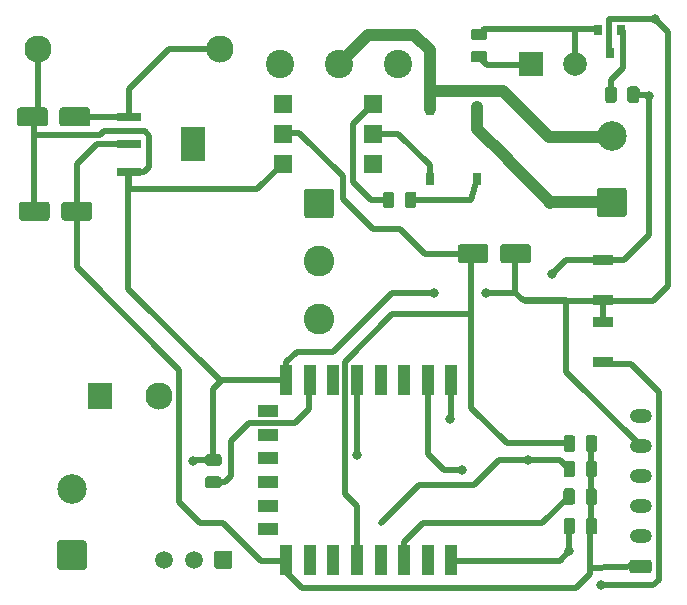
<source format=gbr>
G04 #@! TF.GenerationSoftware,KiCad,Pcbnew,(5.1.5)-3*
G04 #@! TF.CreationDate,2020-09-11T10:44:40-03:00*
G04 #@! TF.ProjectId,HomeTron(kicad),486f6d65-5472-46f6-9e28-6b6963616429,rev?*
G04 #@! TF.SameCoordinates,Original*
G04 #@! TF.FileFunction,Copper,L2,Bot*
G04 #@! TF.FilePolarity,Positive*
%FSLAX46Y46*%
G04 Gerber Fmt 4.6, Leading zero omitted, Abs format (unit mm)*
G04 Created by KiCad (PCBNEW (5.1.5)-3) date 2020-09-11 10:44:40*
%MOMM*%
%LPD*%
G04 APERTURE LIST*
%ADD10R,1.700000X0.900000*%
%ADD11R,1.600000X1.600000*%
%ADD12C,0.100000*%
%ADD13C,1.500000*%
%ADD14O,1.870000X1.170000*%
%ADD15R,2.000000X3.000000*%
%ADD16R,2.000000X0.750000*%
%ADD17R,1.000000X2.500000*%
%ADD18R,1.800000X1.000000*%
%ADD19R,0.800000X0.900000*%
%ADD20C,2.300000*%
%ADD21R,2.000000X2.300000*%
%ADD22C,2.000000*%
%ADD23R,2.000000X2.000000*%
%ADD24C,2.400000*%
%ADD25C,2.500000*%
%ADD26C,2.600000*%
%ADD27R,0.700000X1.000000*%
%ADD28C,0.800000*%
%ADD29C,0.500000*%
%ADD30C,1.000000*%
G04 APERTURE END LIST*
D10*
X64109600Y-37463200D03*
X64109600Y-34063200D03*
X64109600Y-39300680D03*
X64109600Y-42700680D03*
D11*
X37020500Y-20853400D03*
X44640500Y-25933400D03*
X37020500Y-23393400D03*
X44640500Y-23393400D03*
X37020500Y-25933400D03*
X44640500Y-20853400D03*
G04 #@! TA.AperFunction,ComponentPad*
D12*
G36*
X32578591Y-58713951D02*
G01*
X32593734Y-58716197D01*
X32608584Y-58719917D01*
X32622999Y-58725075D01*
X32636838Y-58731620D01*
X32649969Y-58739491D01*
X32662265Y-58748610D01*
X32673609Y-58758891D01*
X32683890Y-58770235D01*
X32693009Y-58782531D01*
X32700880Y-58795662D01*
X32707425Y-58809501D01*
X32712583Y-58823916D01*
X32716303Y-58838766D01*
X32718549Y-58853909D01*
X32719300Y-58869200D01*
X32719300Y-60057200D01*
X32718549Y-60072491D01*
X32716303Y-60087634D01*
X32712583Y-60102484D01*
X32707425Y-60116899D01*
X32700880Y-60130738D01*
X32693009Y-60143869D01*
X32683890Y-60156165D01*
X32673609Y-60167509D01*
X32662265Y-60177790D01*
X32649969Y-60186909D01*
X32636838Y-60194780D01*
X32622999Y-60201325D01*
X32608584Y-60206483D01*
X32593734Y-60210203D01*
X32578591Y-60212449D01*
X32563300Y-60213200D01*
X31375300Y-60213200D01*
X31360009Y-60212449D01*
X31344866Y-60210203D01*
X31330016Y-60206483D01*
X31315601Y-60201325D01*
X31301762Y-60194780D01*
X31288631Y-60186909D01*
X31276335Y-60177790D01*
X31264991Y-60167509D01*
X31254710Y-60156165D01*
X31245591Y-60143869D01*
X31237720Y-60130738D01*
X31231175Y-60116899D01*
X31226017Y-60102484D01*
X31222297Y-60087634D01*
X31220051Y-60072491D01*
X31219300Y-60057200D01*
X31219300Y-58869200D01*
X31220051Y-58853909D01*
X31222297Y-58838766D01*
X31226017Y-58823916D01*
X31231175Y-58809501D01*
X31237720Y-58795662D01*
X31245591Y-58782531D01*
X31254710Y-58770235D01*
X31264991Y-58758891D01*
X31276335Y-58748610D01*
X31288631Y-58739491D01*
X31301762Y-58731620D01*
X31315601Y-58725075D01*
X31330016Y-58719917D01*
X31344866Y-58716197D01*
X31360009Y-58713951D01*
X31375300Y-58713200D01*
X32563300Y-58713200D01*
X32578591Y-58713951D01*
G37*
G04 #@! TD.AperFunction*
D13*
X29479300Y-59463200D03*
X26989300Y-59463200D03*
G04 #@! TA.AperFunction,ComponentPad*
D12*
G36*
X68006462Y-59449106D02*
G01*
X68030767Y-59452711D01*
X68054601Y-59458681D01*
X68077736Y-59466959D01*
X68099948Y-59477465D01*
X68121024Y-59490097D01*
X68140759Y-59504734D01*
X68158965Y-59521235D01*
X68175466Y-59539441D01*
X68190103Y-59559176D01*
X68202735Y-59580252D01*
X68213241Y-59602464D01*
X68221519Y-59625599D01*
X68227489Y-59649433D01*
X68231094Y-59673738D01*
X68232300Y-59698280D01*
X68232300Y-60367520D01*
X68231094Y-60392062D01*
X68227489Y-60416367D01*
X68221519Y-60440201D01*
X68213241Y-60463336D01*
X68202735Y-60485548D01*
X68190103Y-60506624D01*
X68175466Y-60526359D01*
X68158965Y-60544565D01*
X68140759Y-60561066D01*
X68121024Y-60575703D01*
X68099948Y-60588335D01*
X68077736Y-60598841D01*
X68054601Y-60607119D01*
X68030767Y-60613089D01*
X68006462Y-60616694D01*
X67981920Y-60617900D01*
X66612680Y-60617900D01*
X66588138Y-60616694D01*
X66563833Y-60613089D01*
X66539999Y-60607119D01*
X66516864Y-60598841D01*
X66494652Y-60588335D01*
X66473576Y-60575703D01*
X66453841Y-60561066D01*
X66435635Y-60544565D01*
X66419134Y-60526359D01*
X66404497Y-60506624D01*
X66391865Y-60485548D01*
X66381359Y-60463336D01*
X66373081Y-60440201D01*
X66367111Y-60416367D01*
X66363506Y-60392062D01*
X66362300Y-60367520D01*
X66362300Y-59698280D01*
X66363506Y-59673738D01*
X66367111Y-59649433D01*
X66373081Y-59625599D01*
X66381359Y-59602464D01*
X66391865Y-59580252D01*
X66404497Y-59559176D01*
X66419134Y-59539441D01*
X66435635Y-59521235D01*
X66453841Y-59504734D01*
X66473576Y-59490097D01*
X66494652Y-59477465D01*
X66516864Y-59466959D01*
X66539999Y-59458681D01*
X66563833Y-59452711D01*
X66588138Y-59449106D01*
X66612680Y-59447900D01*
X67981920Y-59447900D01*
X68006462Y-59449106D01*
G37*
G04 #@! TD.AperFunction*
D14*
X67297300Y-57492900D03*
X67297300Y-54952900D03*
X67297300Y-52412900D03*
X67297300Y-49872900D03*
X67297300Y-47332900D03*
D15*
X29448000Y-24296300D03*
D16*
X23998000Y-21996300D03*
X23998000Y-24296300D03*
X23998000Y-26596300D03*
D17*
X51290100Y-44279500D03*
X49290100Y-44279500D03*
X47290100Y-44279500D03*
X45290100Y-44279500D03*
X43290100Y-44279500D03*
X41290100Y-44279500D03*
X39290100Y-44279500D03*
X37290100Y-44279500D03*
D18*
X35790100Y-46879500D03*
X35790100Y-48879500D03*
X35790100Y-50879500D03*
X35790100Y-52879500D03*
X35790100Y-54879500D03*
X35790100Y-56879500D03*
D17*
X37290100Y-59479500D03*
X39290100Y-59479500D03*
X41290100Y-59479500D03*
X43290100Y-59479500D03*
X45290100Y-59479500D03*
X47290100Y-59479500D03*
X49290100Y-59479500D03*
X51290100Y-59479500D03*
G04 #@! TA.AperFunction,SMDPad,CuDef*
D12*
G36*
X61534742Y-48920074D02*
G01*
X61558403Y-48923584D01*
X61581607Y-48929396D01*
X61604129Y-48937454D01*
X61625753Y-48947682D01*
X61646270Y-48959979D01*
X61665483Y-48974229D01*
X61683207Y-48990293D01*
X61699271Y-49008017D01*
X61713521Y-49027230D01*
X61725818Y-49047747D01*
X61736046Y-49069371D01*
X61744104Y-49091893D01*
X61749916Y-49115097D01*
X61753426Y-49138758D01*
X61754600Y-49162650D01*
X61754600Y-50075150D01*
X61753426Y-50099042D01*
X61749916Y-50122703D01*
X61744104Y-50145907D01*
X61736046Y-50168429D01*
X61725818Y-50190053D01*
X61713521Y-50210570D01*
X61699271Y-50229783D01*
X61683207Y-50247507D01*
X61665483Y-50263571D01*
X61646270Y-50277821D01*
X61625753Y-50290118D01*
X61604129Y-50300346D01*
X61581607Y-50308404D01*
X61558403Y-50314216D01*
X61534742Y-50317726D01*
X61510850Y-50318900D01*
X61023350Y-50318900D01*
X60999458Y-50317726D01*
X60975797Y-50314216D01*
X60952593Y-50308404D01*
X60930071Y-50300346D01*
X60908447Y-50290118D01*
X60887930Y-50277821D01*
X60868717Y-50263571D01*
X60850993Y-50247507D01*
X60834929Y-50229783D01*
X60820679Y-50210570D01*
X60808382Y-50190053D01*
X60798154Y-50168429D01*
X60790096Y-50145907D01*
X60784284Y-50122703D01*
X60780774Y-50099042D01*
X60779600Y-50075150D01*
X60779600Y-49162650D01*
X60780774Y-49138758D01*
X60784284Y-49115097D01*
X60790096Y-49091893D01*
X60798154Y-49069371D01*
X60808382Y-49047747D01*
X60820679Y-49027230D01*
X60834929Y-49008017D01*
X60850993Y-48990293D01*
X60868717Y-48974229D01*
X60887930Y-48959979D01*
X60908447Y-48947682D01*
X60930071Y-48937454D01*
X60952593Y-48929396D01*
X60975797Y-48923584D01*
X60999458Y-48920074D01*
X61023350Y-48918900D01*
X61510850Y-48918900D01*
X61534742Y-48920074D01*
G37*
G04 #@! TD.AperFunction*
G04 #@! TA.AperFunction,SMDPad,CuDef*
G36*
X63409742Y-48920074D02*
G01*
X63433403Y-48923584D01*
X63456607Y-48929396D01*
X63479129Y-48937454D01*
X63500753Y-48947682D01*
X63521270Y-48959979D01*
X63540483Y-48974229D01*
X63558207Y-48990293D01*
X63574271Y-49008017D01*
X63588521Y-49027230D01*
X63600818Y-49047747D01*
X63611046Y-49069371D01*
X63619104Y-49091893D01*
X63624916Y-49115097D01*
X63628426Y-49138758D01*
X63629600Y-49162650D01*
X63629600Y-50075150D01*
X63628426Y-50099042D01*
X63624916Y-50122703D01*
X63619104Y-50145907D01*
X63611046Y-50168429D01*
X63600818Y-50190053D01*
X63588521Y-50210570D01*
X63574271Y-50229783D01*
X63558207Y-50247507D01*
X63540483Y-50263571D01*
X63521270Y-50277821D01*
X63500753Y-50290118D01*
X63479129Y-50300346D01*
X63456607Y-50308404D01*
X63433403Y-50314216D01*
X63409742Y-50317726D01*
X63385850Y-50318900D01*
X62898350Y-50318900D01*
X62874458Y-50317726D01*
X62850797Y-50314216D01*
X62827593Y-50308404D01*
X62805071Y-50300346D01*
X62783447Y-50290118D01*
X62762930Y-50277821D01*
X62743717Y-50263571D01*
X62725993Y-50247507D01*
X62709929Y-50229783D01*
X62695679Y-50210570D01*
X62683382Y-50190053D01*
X62673154Y-50168429D01*
X62665096Y-50145907D01*
X62659284Y-50122703D01*
X62655774Y-50099042D01*
X62654600Y-50075150D01*
X62654600Y-49162650D01*
X62655774Y-49138758D01*
X62659284Y-49115097D01*
X62665096Y-49091893D01*
X62673154Y-49069371D01*
X62683382Y-49047747D01*
X62695679Y-49027230D01*
X62709929Y-49008017D01*
X62725993Y-48990293D01*
X62743717Y-48974229D01*
X62762930Y-48959979D01*
X62783447Y-48947682D01*
X62805071Y-48937454D01*
X62827593Y-48929396D01*
X62850797Y-48923584D01*
X62874458Y-48920074D01*
X62898350Y-48918900D01*
X63385850Y-48918900D01*
X63409742Y-48920074D01*
G37*
G04 #@! TD.AperFunction*
G04 #@! TA.AperFunction,SMDPad,CuDef*
G36*
X46231242Y-28295274D02*
G01*
X46254903Y-28298784D01*
X46278107Y-28304596D01*
X46300629Y-28312654D01*
X46322253Y-28322882D01*
X46342770Y-28335179D01*
X46361983Y-28349429D01*
X46379707Y-28365493D01*
X46395771Y-28383217D01*
X46410021Y-28402430D01*
X46422318Y-28422947D01*
X46432546Y-28444571D01*
X46440604Y-28467093D01*
X46446416Y-28490297D01*
X46449926Y-28513958D01*
X46451100Y-28537850D01*
X46451100Y-29450350D01*
X46449926Y-29474242D01*
X46446416Y-29497903D01*
X46440604Y-29521107D01*
X46432546Y-29543629D01*
X46422318Y-29565253D01*
X46410021Y-29585770D01*
X46395771Y-29604983D01*
X46379707Y-29622707D01*
X46361983Y-29638771D01*
X46342770Y-29653021D01*
X46322253Y-29665318D01*
X46300629Y-29675546D01*
X46278107Y-29683604D01*
X46254903Y-29689416D01*
X46231242Y-29692926D01*
X46207350Y-29694100D01*
X45719850Y-29694100D01*
X45695958Y-29692926D01*
X45672297Y-29689416D01*
X45649093Y-29683604D01*
X45626571Y-29675546D01*
X45604947Y-29665318D01*
X45584430Y-29653021D01*
X45565217Y-29638771D01*
X45547493Y-29622707D01*
X45531429Y-29604983D01*
X45517179Y-29585770D01*
X45504882Y-29565253D01*
X45494654Y-29543629D01*
X45486596Y-29521107D01*
X45480784Y-29497903D01*
X45477274Y-29474242D01*
X45476100Y-29450350D01*
X45476100Y-28537850D01*
X45477274Y-28513958D01*
X45480784Y-28490297D01*
X45486596Y-28467093D01*
X45494654Y-28444571D01*
X45504882Y-28422947D01*
X45517179Y-28402430D01*
X45531429Y-28383217D01*
X45547493Y-28365493D01*
X45565217Y-28349429D01*
X45584430Y-28335179D01*
X45604947Y-28322882D01*
X45626571Y-28312654D01*
X45649093Y-28304596D01*
X45672297Y-28298784D01*
X45695958Y-28295274D01*
X45719850Y-28294100D01*
X46207350Y-28294100D01*
X46231242Y-28295274D01*
G37*
G04 #@! TD.AperFunction*
G04 #@! TA.AperFunction,SMDPad,CuDef*
G36*
X48106242Y-28295274D02*
G01*
X48129903Y-28298784D01*
X48153107Y-28304596D01*
X48175629Y-28312654D01*
X48197253Y-28322882D01*
X48217770Y-28335179D01*
X48236983Y-28349429D01*
X48254707Y-28365493D01*
X48270771Y-28383217D01*
X48285021Y-28402430D01*
X48297318Y-28422947D01*
X48307546Y-28444571D01*
X48315604Y-28467093D01*
X48321416Y-28490297D01*
X48324926Y-28513958D01*
X48326100Y-28537850D01*
X48326100Y-29450350D01*
X48324926Y-29474242D01*
X48321416Y-29497903D01*
X48315604Y-29521107D01*
X48307546Y-29543629D01*
X48297318Y-29565253D01*
X48285021Y-29585770D01*
X48270771Y-29604983D01*
X48254707Y-29622707D01*
X48236983Y-29638771D01*
X48217770Y-29653021D01*
X48197253Y-29665318D01*
X48175629Y-29675546D01*
X48153107Y-29683604D01*
X48129903Y-29689416D01*
X48106242Y-29692926D01*
X48082350Y-29694100D01*
X47594850Y-29694100D01*
X47570958Y-29692926D01*
X47547297Y-29689416D01*
X47524093Y-29683604D01*
X47501571Y-29675546D01*
X47479947Y-29665318D01*
X47459430Y-29653021D01*
X47440217Y-29638771D01*
X47422493Y-29622707D01*
X47406429Y-29604983D01*
X47392179Y-29585770D01*
X47379882Y-29565253D01*
X47369654Y-29543629D01*
X47361596Y-29521107D01*
X47355784Y-29497903D01*
X47352274Y-29474242D01*
X47351100Y-29450350D01*
X47351100Y-28537850D01*
X47352274Y-28513958D01*
X47355784Y-28490297D01*
X47361596Y-28467093D01*
X47369654Y-28444571D01*
X47379882Y-28422947D01*
X47392179Y-28402430D01*
X47406429Y-28383217D01*
X47422493Y-28365493D01*
X47440217Y-28349429D01*
X47459430Y-28335179D01*
X47479947Y-28322882D01*
X47501571Y-28312654D01*
X47524093Y-28304596D01*
X47547297Y-28298784D01*
X47570958Y-28295274D01*
X47594850Y-28294100D01*
X48082350Y-28294100D01*
X48106242Y-28295274D01*
G37*
G04 #@! TD.AperFunction*
G04 #@! TA.AperFunction,SMDPad,CuDef*
G36*
X65060262Y-19387494D02*
G01*
X65083923Y-19391004D01*
X65107127Y-19396816D01*
X65129649Y-19404874D01*
X65151273Y-19415102D01*
X65171790Y-19427399D01*
X65191003Y-19441649D01*
X65208727Y-19457713D01*
X65224791Y-19475437D01*
X65239041Y-19494650D01*
X65251338Y-19515167D01*
X65261566Y-19536791D01*
X65269624Y-19559313D01*
X65275436Y-19582517D01*
X65278946Y-19606178D01*
X65280120Y-19630070D01*
X65280120Y-20542570D01*
X65278946Y-20566462D01*
X65275436Y-20590123D01*
X65269624Y-20613327D01*
X65261566Y-20635849D01*
X65251338Y-20657473D01*
X65239041Y-20677990D01*
X65224791Y-20697203D01*
X65208727Y-20714927D01*
X65191003Y-20730991D01*
X65171790Y-20745241D01*
X65151273Y-20757538D01*
X65129649Y-20767766D01*
X65107127Y-20775824D01*
X65083923Y-20781636D01*
X65060262Y-20785146D01*
X65036370Y-20786320D01*
X64548870Y-20786320D01*
X64524978Y-20785146D01*
X64501317Y-20781636D01*
X64478113Y-20775824D01*
X64455591Y-20767766D01*
X64433967Y-20757538D01*
X64413450Y-20745241D01*
X64394237Y-20730991D01*
X64376513Y-20714927D01*
X64360449Y-20697203D01*
X64346199Y-20677990D01*
X64333902Y-20657473D01*
X64323674Y-20635849D01*
X64315616Y-20613327D01*
X64309804Y-20590123D01*
X64306294Y-20566462D01*
X64305120Y-20542570D01*
X64305120Y-19630070D01*
X64306294Y-19606178D01*
X64309804Y-19582517D01*
X64315616Y-19559313D01*
X64323674Y-19536791D01*
X64333902Y-19515167D01*
X64346199Y-19494650D01*
X64360449Y-19475437D01*
X64376513Y-19457713D01*
X64394237Y-19441649D01*
X64413450Y-19427399D01*
X64433967Y-19415102D01*
X64455591Y-19404874D01*
X64478113Y-19396816D01*
X64501317Y-19391004D01*
X64524978Y-19387494D01*
X64548870Y-19386320D01*
X65036370Y-19386320D01*
X65060262Y-19387494D01*
G37*
G04 #@! TD.AperFunction*
G04 #@! TA.AperFunction,SMDPad,CuDef*
G36*
X66935262Y-19387494D02*
G01*
X66958923Y-19391004D01*
X66982127Y-19396816D01*
X67004649Y-19404874D01*
X67026273Y-19415102D01*
X67046790Y-19427399D01*
X67066003Y-19441649D01*
X67083727Y-19457713D01*
X67099791Y-19475437D01*
X67114041Y-19494650D01*
X67126338Y-19515167D01*
X67136566Y-19536791D01*
X67144624Y-19559313D01*
X67150436Y-19582517D01*
X67153946Y-19606178D01*
X67155120Y-19630070D01*
X67155120Y-20542570D01*
X67153946Y-20566462D01*
X67150436Y-20590123D01*
X67144624Y-20613327D01*
X67136566Y-20635849D01*
X67126338Y-20657473D01*
X67114041Y-20677990D01*
X67099791Y-20697203D01*
X67083727Y-20714927D01*
X67066003Y-20730991D01*
X67046790Y-20745241D01*
X67026273Y-20757538D01*
X67004649Y-20767766D01*
X66982127Y-20775824D01*
X66958923Y-20781636D01*
X66935262Y-20785146D01*
X66911370Y-20786320D01*
X66423870Y-20786320D01*
X66399978Y-20785146D01*
X66376317Y-20781636D01*
X66353113Y-20775824D01*
X66330591Y-20767766D01*
X66308967Y-20757538D01*
X66288450Y-20745241D01*
X66269237Y-20730991D01*
X66251513Y-20714927D01*
X66235449Y-20697203D01*
X66221199Y-20677990D01*
X66208902Y-20657473D01*
X66198674Y-20635849D01*
X66190616Y-20613327D01*
X66184804Y-20590123D01*
X66181294Y-20566462D01*
X66180120Y-20542570D01*
X66180120Y-19630070D01*
X66181294Y-19606178D01*
X66184804Y-19582517D01*
X66190616Y-19559313D01*
X66198674Y-19536791D01*
X66208902Y-19515167D01*
X66221199Y-19494650D01*
X66235449Y-19475437D01*
X66251513Y-19457713D01*
X66269237Y-19441649D01*
X66288450Y-19427399D01*
X66308967Y-19415102D01*
X66330591Y-19404874D01*
X66353113Y-19396816D01*
X66376317Y-19391004D01*
X66399978Y-19387494D01*
X66423870Y-19386320D01*
X66911370Y-19386320D01*
X66935262Y-19387494D01*
G37*
G04 #@! TD.AperFunction*
G04 #@! TA.AperFunction,SMDPad,CuDef*
G36*
X63409742Y-51079074D02*
G01*
X63433403Y-51082584D01*
X63456607Y-51088396D01*
X63479129Y-51096454D01*
X63500753Y-51106682D01*
X63521270Y-51118979D01*
X63540483Y-51133229D01*
X63558207Y-51149293D01*
X63574271Y-51167017D01*
X63588521Y-51186230D01*
X63600818Y-51206747D01*
X63611046Y-51228371D01*
X63619104Y-51250893D01*
X63624916Y-51274097D01*
X63628426Y-51297758D01*
X63629600Y-51321650D01*
X63629600Y-52234150D01*
X63628426Y-52258042D01*
X63624916Y-52281703D01*
X63619104Y-52304907D01*
X63611046Y-52327429D01*
X63600818Y-52349053D01*
X63588521Y-52369570D01*
X63574271Y-52388783D01*
X63558207Y-52406507D01*
X63540483Y-52422571D01*
X63521270Y-52436821D01*
X63500753Y-52449118D01*
X63479129Y-52459346D01*
X63456607Y-52467404D01*
X63433403Y-52473216D01*
X63409742Y-52476726D01*
X63385850Y-52477900D01*
X62898350Y-52477900D01*
X62874458Y-52476726D01*
X62850797Y-52473216D01*
X62827593Y-52467404D01*
X62805071Y-52459346D01*
X62783447Y-52449118D01*
X62762930Y-52436821D01*
X62743717Y-52422571D01*
X62725993Y-52406507D01*
X62709929Y-52388783D01*
X62695679Y-52369570D01*
X62683382Y-52349053D01*
X62673154Y-52327429D01*
X62665096Y-52304907D01*
X62659284Y-52281703D01*
X62655774Y-52258042D01*
X62654600Y-52234150D01*
X62654600Y-51321650D01*
X62655774Y-51297758D01*
X62659284Y-51274097D01*
X62665096Y-51250893D01*
X62673154Y-51228371D01*
X62683382Y-51206747D01*
X62695679Y-51186230D01*
X62709929Y-51167017D01*
X62725993Y-51149293D01*
X62743717Y-51133229D01*
X62762930Y-51118979D01*
X62783447Y-51106682D01*
X62805071Y-51096454D01*
X62827593Y-51088396D01*
X62850797Y-51082584D01*
X62874458Y-51079074D01*
X62898350Y-51077900D01*
X63385850Y-51077900D01*
X63409742Y-51079074D01*
G37*
G04 #@! TD.AperFunction*
G04 #@! TA.AperFunction,SMDPad,CuDef*
G36*
X61534742Y-51079074D02*
G01*
X61558403Y-51082584D01*
X61581607Y-51088396D01*
X61604129Y-51096454D01*
X61625753Y-51106682D01*
X61646270Y-51118979D01*
X61665483Y-51133229D01*
X61683207Y-51149293D01*
X61699271Y-51167017D01*
X61713521Y-51186230D01*
X61725818Y-51206747D01*
X61736046Y-51228371D01*
X61744104Y-51250893D01*
X61749916Y-51274097D01*
X61753426Y-51297758D01*
X61754600Y-51321650D01*
X61754600Y-52234150D01*
X61753426Y-52258042D01*
X61749916Y-52281703D01*
X61744104Y-52304907D01*
X61736046Y-52327429D01*
X61725818Y-52349053D01*
X61713521Y-52369570D01*
X61699271Y-52388783D01*
X61683207Y-52406507D01*
X61665483Y-52422571D01*
X61646270Y-52436821D01*
X61625753Y-52449118D01*
X61604129Y-52459346D01*
X61581607Y-52467404D01*
X61558403Y-52473216D01*
X61534742Y-52476726D01*
X61510850Y-52477900D01*
X61023350Y-52477900D01*
X60999458Y-52476726D01*
X60975797Y-52473216D01*
X60952593Y-52467404D01*
X60930071Y-52459346D01*
X60908447Y-52449118D01*
X60887930Y-52436821D01*
X60868717Y-52422571D01*
X60850993Y-52406507D01*
X60834929Y-52388783D01*
X60820679Y-52369570D01*
X60808382Y-52349053D01*
X60798154Y-52327429D01*
X60790096Y-52304907D01*
X60784284Y-52281703D01*
X60780774Y-52258042D01*
X60779600Y-52234150D01*
X60779600Y-51321650D01*
X60780774Y-51297758D01*
X60784284Y-51274097D01*
X60790096Y-51250893D01*
X60798154Y-51228371D01*
X60808382Y-51206747D01*
X60820679Y-51186230D01*
X60834929Y-51167017D01*
X60850993Y-51149293D01*
X60868717Y-51133229D01*
X60887930Y-51118979D01*
X60908447Y-51106682D01*
X60930071Y-51096454D01*
X60952593Y-51088396D01*
X60975797Y-51082584D01*
X60999458Y-51079074D01*
X61023350Y-51077900D01*
X61510850Y-51077900D01*
X61534742Y-51079074D01*
G37*
G04 #@! TD.AperFunction*
G04 #@! TA.AperFunction,SMDPad,CuDef*
G36*
X31607842Y-52406874D02*
G01*
X31631503Y-52410384D01*
X31654707Y-52416196D01*
X31677229Y-52424254D01*
X31698853Y-52434482D01*
X31719370Y-52446779D01*
X31738583Y-52461029D01*
X31756307Y-52477093D01*
X31772371Y-52494817D01*
X31786621Y-52514030D01*
X31798918Y-52534547D01*
X31809146Y-52556171D01*
X31817204Y-52578693D01*
X31823016Y-52601897D01*
X31826526Y-52625558D01*
X31827700Y-52649450D01*
X31827700Y-53136950D01*
X31826526Y-53160842D01*
X31823016Y-53184503D01*
X31817204Y-53207707D01*
X31809146Y-53230229D01*
X31798918Y-53251853D01*
X31786621Y-53272370D01*
X31772371Y-53291583D01*
X31756307Y-53309307D01*
X31738583Y-53325371D01*
X31719370Y-53339621D01*
X31698853Y-53351918D01*
X31677229Y-53362146D01*
X31654707Y-53370204D01*
X31631503Y-53376016D01*
X31607842Y-53379526D01*
X31583950Y-53380700D01*
X30671450Y-53380700D01*
X30647558Y-53379526D01*
X30623897Y-53376016D01*
X30600693Y-53370204D01*
X30578171Y-53362146D01*
X30556547Y-53351918D01*
X30536030Y-53339621D01*
X30516817Y-53325371D01*
X30499093Y-53309307D01*
X30483029Y-53291583D01*
X30468779Y-53272370D01*
X30456482Y-53251853D01*
X30446254Y-53230229D01*
X30438196Y-53207707D01*
X30432384Y-53184503D01*
X30428874Y-53160842D01*
X30427700Y-53136950D01*
X30427700Y-52649450D01*
X30428874Y-52625558D01*
X30432384Y-52601897D01*
X30438196Y-52578693D01*
X30446254Y-52556171D01*
X30456482Y-52534547D01*
X30468779Y-52514030D01*
X30483029Y-52494817D01*
X30499093Y-52477093D01*
X30516817Y-52461029D01*
X30536030Y-52446779D01*
X30556547Y-52434482D01*
X30578171Y-52424254D01*
X30600693Y-52416196D01*
X30623897Y-52410384D01*
X30647558Y-52406874D01*
X30671450Y-52405700D01*
X31583950Y-52405700D01*
X31607842Y-52406874D01*
G37*
G04 #@! TD.AperFunction*
G04 #@! TA.AperFunction,SMDPad,CuDef*
G36*
X31607842Y-50531874D02*
G01*
X31631503Y-50535384D01*
X31654707Y-50541196D01*
X31677229Y-50549254D01*
X31698853Y-50559482D01*
X31719370Y-50571779D01*
X31738583Y-50586029D01*
X31756307Y-50602093D01*
X31772371Y-50619817D01*
X31786621Y-50639030D01*
X31798918Y-50659547D01*
X31809146Y-50681171D01*
X31817204Y-50703693D01*
X31823016Y-50726897D01*
X31826526Y-50750558D01*
X31827700Y-50774450D01*
X31827700Y-51261950D01*
X31826526Y-51285842D01*
X31823016Y-51309503D01*
X31817204Y-51332707D01*
X31809146Y-51355229D01*
X31798918Y-51376853D01*
X31786621Y-51397370D01*
X31772371Y-51416583D01*
X31756307Y-51434307D01*
X31738583Y-51450371D01*
X31719370Y-51464621D01*
X31698853Y-51476918D01*
X31677229Y-51487146D01*
X31654707Y-51495204D01*
X31631503Y-51501016D01*
X31607842Y-51504526D01*
X31583950Y-51505700D01*
X30671450Y-51505700D01*
X30647558Y-51504526D01*
X30623897Y-51501016D01*
X30600693Y-51495204D01*
X30578171Y-51487146D01*
X30556547Y-51476918D01*
X30536030Y-51464621D01*
X30516817Y-51450371D01*
X30499093Y-51434307D01*
X30483029Y-51416583D01*
X30468779Y-51397370D01*
X30456482Y-51376853D01*
X30446254Y-51355229D01*
X30438196Y-51332707D01*
X30432384Y-51309503D01*
X30428874Y-51285842D01*
X30427700Y-51261950D01*
X30427700Y-50774450D01*
X30428874Y-50750558D01*
X30432384Y-50726897D01*
X30438196Y-50703693D01*
X30446254Y-50681171D01*
X30456482Y-50659547D01*
X30468779Y-50639030D01*
X30483029Y-50619817D01*
X30499093Y-50602093D01*
X30516817Y-50586029D01*
X30536030Y-50571779D01*
X30556547Y-50559482D01*
X30578171Y-50549254D01*
X30600693Y-50541196D01*
X30623897Y-50535384D01*
X30647558Y-50531874D01*
X30671450Y-50530700D01*
X31583950Y-50530700D01*
X31607842Y-50531874D01*
G37*
G04 #@! TD.AperFunction*
G04 #@! TA.AperFunction,SMDPad,CuDef*
G36*
X63397042Y-53415874D02*
G01*
X63420703Y-53419384D01*
X63443907Y-53425196D01*
X63466429Y-53433254D01*
X63488053Y-53443482D01*
X63508570Y-53455779D01*
X63527783Y-53470029D01*
X63545507Y-53486093D01*
X63561571Y-53503817D01*
X63575821Y-53523030D01*
X63588118Y-53543547D01*
X63598346Y-53565171D01*
X63606404Y-53587693D01*
X63612216Y-53610897D01*
X63615726Y-53634558D01*
X63616900Y-53658450D01*
X63616900Y-54570950D01*
X63615726Y-54594842D01*
X63612216Y-54618503D01*
X63606404Y-54641707D01*
X63598346Y-54664229D01*
X63588118Y-54685853D01*
X63575821Y-54706370D01*
X63561571Y-54725583D01*
X63545507Y-54743307D01*
X63527783Y-54759371D01*
X63508570Y-54773621D01*
X63488053Y-54785918D01*
X63466429Y-54796146D01*
X63443907Y-54804204D01*
X63420703Y-54810016D01*
X63397042Y-54813526D01*
X63373150Y-54814700D01*
X62885650Y-54814700D01*
X62861758Y-54813526D01*
X62838097Y-54810016D01*
X62814893Y-54804204D01*
X62792371Y-54796146D01*
X62770747Y-54785918D01*
X62750230Y-54773621D01*
X62731017Y-54759371D01*
X62713293Y-54743307D01*
X62697229Y-54725583D01*
X62682979Y-54706370D01*
X62670682Y-54685853D01*
X62660454Y-54664229D01*
X62652396Y-54641707D01*
X62646584Y-54618503D01*
X62643074Y-54594842D01*
X62641900Y-54570950D01*
X62641900Y-53658450D01*
X62643074Y-53634558D01*
X62646584Y-53610897D01*
X62652396Y-53587693D01*
X62660454Y-53565171D01*
X62670682Y-53543547D01*
X62682979Y-53523030D01*
X62697229Y-53503817D01*
X62713293Y-53486093D01*
X62731017Y-53470029D01*
X62750230Y-53455779D01*
X62770747Y-53443482D01*
X62792371Y-53433254D01*
X62814893Y-53425196D01*
X62838097Y-53419384D01*
X62861758Y-53415874D01*
X62885650Y-53414700D01*
X63373150Y-53414700D01*
X63397042Y-53415874D01*
G37*
G04 #@! TD.AperFunction*
G04 #@! TA.AperFunction,SMDPad,CuDef*
G36*
X61522042Y-53415874D02*
G01*
X61545703Y-53419384D01*
X61568907Y-53425196D01*
X61591429Y-53433254D01*
X61613053Y-53443482D01*
X61633570Y-53455779D01*
X61652783Y-53470029D01*
X61670507Y-53486093D01*
X61686571Y-53503817D01*
X61700821Y-53523030D01*
X61713118Y-53543547D01*
X61723346Y-53565171D01*
X61731404Y-53587693D01*
X61737216Y-53610897D01*
X61740726Y-53634558D01*
X61741900Y-53658450D01*
X61741900Y-54570950D01*
X61740726Y-54594842D01*
X61737216Y-54618503D01*
X61731404Y-54641707D01*
X61723346Y-54664229D01*
X61713118Y-54685853D01*
X61700821Y-54706370D01*
X61686571Y-54725583D01*
X61670507Y-54743307D01*
X61652783Y-54759371D01*
X61633570Y-54773621D01*
X61613053Y-54785918D01*
X61591429Y-54796146D01*
X61568907Y-54804204D01*
X61545703Y-54810016D01*
X61522042Y-54813526D01*
X61498150Y-54814700D01*
X61010650Y-54814700D01*
X60986758Y-54813526D01*
X60963097Y-54810016D01*
X60939893Y-54804204D01*
X60917371Y-54796146D01*
X60895747Y-54785918D01*
X60875230Y-54773621D01*
X60856017Y-54759371D01*
X60838293Y-54743307D01*
X60822229Y-54725583D01*
X60807979Y-54706370D01*
X60795682Y-54685853D01*
X60785454Y-54664229D01*
X60777396Y-54641707D01*
X60771584Y-54618503D01*
X60768074Y-54594842D01*
X60766900Y-54570950D01*
X60766900Y-53658450D01*
X60768074Y-53634558D01*
X60771584Y-53610897D01*
X60777396Y-53587693D01*
X60785454Y-53565171D01*
X60795682Y-53543547D01*
X60807979Y-53523030D01*
X60822229Y-53503817D01*
X60838293Y-53486093D01*
X60856017Y-53470029D01*
X60875230Y-53455779D01*
X60895747Y-53443482D01*
X60917371Y-53433254D01*
X60939893Y-53425196D01*
X60963097Y-53419384D01*
X60986758Y-53415874D01*
X61010650Y-53414700D01*
X61498150Y-53414700D01*
X61522042Y-53415874D01*
G37*
G04 #@! TD.AperFunction*
G04 #@! TA.AperFunction,SMDPad,CuDef*
G36*
X63409742Y-55917774D02*
G01*
X63433403Y-55921284D01*
X63456607Y-55927096D01*
X63479129Y-55935154D01*
X63500753Y-55945382D01*
X63521270Y-55957679D01*
X63540483Y-55971929D01*
X63558207Y-55987993D01*
X63574271Y-56005717D01*
X63588521Y-56024930D01*
X63600818Y-56045447D01*
X63611046Y-56067071D01*
X63619104Y-56089593D01*
X63624916Y-56112797D01*
X63628426Y-56136458D01*
X63629600Y-56160350D01*
X63629600Y-57072850D01*
X63628426Y-57096742D01*
X63624916Y-57120403D01*
X63619104Y-57143607D01*
X63611046Y-57166129D01*
X63600818Y-57187753D01*
X63588521Y-57208270D01*
X63574271Y-57227483D01*
X63558207Y-57245207D01*
X63540483Y-57261271D01*
X63521270Y-57275521D01*
X63500753Y-57287818D01*
X63479129Y-57298046D01*
X63456607Y-57306104D01*
X63433403Y-57311916D01*
X63409742Y-57315426D01*
X63385850Y-57316600D01*
X62898350Y-57316600D01*
X62874458Y-57315426D01*
X62850797Y-57311916D01*
X62827593Y-57306104D01*
X62805071Y-57298046D01*
X62783447Y-57287818D01*
X62762930Y-57275521D01*
X62743717Y-57261271D01*
X62725993Y-57245207D01*
X62709929Y-57227483D01*
X62695679Y-57208270D01*
X62683382Y-57187753D01*
X62673154Y-57166129D01*
X62665096Y-57143607D01*
X62659284Y-57120403D01*
X62655774Y-57096742D01*
X62654600Y-57072850D01*
X62654600Y-56160350D01*
X62655774Y-56136458D01*
X62659284Y-56112797D01*
X62665096Y-56089593D01*
X62673154Y-56067071D01*
X62683382Y-56045447D01*
X62695679Y-56024930D01*
X62709929Y-56005717D01*
X62725993Y-55987993D01*
X62743717Y-55971929D01*
X62762930Y-55957679D01*
X62783447Y-55945382D01*
X62805071Y-55935154D01*
X62827593Y-55927096D01*
X62850797Y-55921284D01*
X62874458Y-55917774D01*
X62898350Y-55916600D01*
X63385850Y-55916600D01*
X63409742Y-55917774D01*
G37*
G04 #@! TD.AperFunction*
G04 #@! TA.AperFunction,SMDPad,CuDef*
G36*
X61534742Y-55917774D02*
G01*
X61558403Y-55921284D01*
X61581607Y-55927096D01*
X61604129Y-55935154D01*
X61625753Y-55945382D01*
X61646270Y-55957679D01*
X61665483Y-55971929D01*
X61683207Y-55987993D01*
X61699271Y-56005717D01*
X61713521Y-56024930D01*
X61725818Y-56045447D01*
X61736046Y-56067071D01*
X61744104Y-56089593D01*
X61749916Y-56112797D01*
X61753426Y-56136458D01*
X61754600Y-56160350D01*
X61754600Y-57072850D01*
X61753426Y-57096742D01*
X61749916Y-57120403D01*
X61744104Y-57143607D01*
X61736046Y-57166129D01*
X61725818Y-57187753D01*
X61713521Y-57208270D01*
X61699271Y-57227483D01*
X61683207Y-57245207D01*
X61665483Y-57261271D01*
X61646270Y-57275521D01*
X61625753Y-57287818D01*
X61604129Y-57298046D01*
X61581607Y-57306104D01*
X61558403Y-57311916D01*
X61534742Y-57315426D01*
X61510850Y-57316600D01*
X61023350Y-57316600D01*
X60999458Y-57315426D01*
X60975797Y-57311916D01*
X60952593Y-57306104D01*
X60930071Y-57298046D01*
X60908447Y-57287818D01*
X60887930Y-57275521D01*
X60868717Y-57261271D01*
X60850993Y-57245207D01*
X60834929Y-57227483D01*
X60820679Y-57208270D01*
X60808382Y-57187753D01*
X60798154Y-57166129D01*
X60790096Y-57143607D01*
X60784284Y-57120403D01*
X60780774Y-57096742D01*
X60779600Y-57072850D01*
X60779600Y-56160350D01*
X60780774Y-56136458D01*
X60784284Y-56112797D01*
X60790096Y-56089593D01*
X60798154Y-56067071D01*
X60808382Y-56045447D01*
X60820679Y-56024930D01*
X60834929Y-56005717D01*
X60850993Y-55987993D01*
X60868717Y-55971929D01*
X60887930Y-55957679D01*
X60908447Y-55945382D01*
X60930071Y-55935154D01*
X60952593Y-55927096D01*
X60975797Y-55921284D01*
X60999458Y-55917774D01*
X61023350Y-55916600D01*
X61510850Y-55916600D01*
X61534742Y-55917774D01*
G37*
G04 #@! TD.AperFunction*
D19*
X64673480Y-16580360D03*
X65623480Y-14580360D03*
X63723480Y-14580360D03*
D20*
X31713800Y-16218400D03*
X26513800Y-45618400D03*
D21*
X21513800Y-45618400D03*
D20*
X16313800Y-16218400D03*
D22*
X61738200Y-17475200D03*
D23*
X57988200Y-17475200D03*
D24*
X46738200Y-17475200D03*
X41738200Y-17475200D03*
X36738200Y-17475200D03*
G04 #@! TA.AperFunction,ComponentPad*
D12*
G36*
X65878204Y-27950452D02*
G01*
X65903443Y-27954196D01*
X65928194Y-27960396D01*
X65952218Y-27968991D01*
X65975283Y-27979900D01*
X65997168Y-27993018D01*
X66017662Y-28008217D01*
X66036568Y-28025352D01*
X66053703Y-28044258D01*
X66068902Y-28064752D01*
X66082020Y-28086637D01*
X66092929Y-28109702D01*
X66101524Y-28133726D01*
X66107724Y-28158477D01*
X66111468Y-28183716D01*
X66112720Y-28209200D01*
X66112720Y-30189200D01*
X66111468Y-30214684D01*
X66107724Y-30239923D01*
X66101524Y-30264674D01*
X66092929Y-30288698D01*
X66082020Y-30311763D01*
X66068902Y-30333648D01*
X66053703Y-30354142D01*
X66036568Y-30373048D01*
X66017662Y-30390183D01*
X65997168Y-30405382D01*
X65975283Y-30418500D01*
X65952218Y-30429409D01*
X65928194Y-30438004D01*
X65903443Y-30444204D01*
X65878204Y-30447948D01*
X65852720Y-30449200D01*
X63872720Y-30449200D01*
X63847236Y-30447948D01*
X63821997Y-30444204D01*
X63797246Y-30438004D01*
X63773222Y-30429409D01*
X63750157Y-30418500D01*
X63728272Y-30405382D01*
X63707778Y-30390183D01*
X63688872Y-30373048D01*
X63671737Y-30354142D01*
X63656538Y-30333648D01*
X63643420Y-30311763D01*
X63632511Y-30288698D01*
X63623916Y-30264674D01*
X63617716Y-30239923D01*
X63613972Y-30214684D01*
X63612720Y-30189200D01*
X63612720Y-28209200D01*
X63613972Y-28183716D01*
X63617716Y-28158477D01*
X63623916Y-28133726D01*
X63632511Y-28109702D01*
X63643420Y-28086637D01*
X63656538Y-28064752D01*
X63671737Y-28044258D01*
X63688872Y-28025352D01*
X63707778Y-28008217D01*
X63728272Y-27993018D01*
X63750157Y-27979900D01*
X63773222Y-27968991D01*
X63797246Y-27960396D01*
X63821997Y-27954196D01*
X63847236Y-27950452D01*
X63872720Y-27949200D01*
X65852720Y-27949200D01*
X65878204Y-27950452D01*
G37*
G04 #@! TD.AperFunction*
D25*
X64862720Y-23599200D03*
G04 #@! TA.AperFunction,ComponentPad*
D12*
G36*
X41092684Y-28033952D02*
G01*
X41117923Y-28037696D01*
X41142674Y-28043896D01*
X41166698Y-28052491D01*
X41189763Y-28063400D01*
X41211648Y-28076518D01*
X41232142Y-28091717D01*
X41251048Y-28108852D01*
X41268183Y-28127758D01*
X41283382Y-28148252D01*
X41296500Y-28170137D01*
X41307409Y-28193202D01*
X41316004Y-28217226D01*
X41322204Y-28241977D01*
X41325948Y-28267216D01*
X41327200Y-28292700D01*
X41327200Y-30272700D01*
X41325948Y-30298184D01*
X41322204Y-30323423D01*
X41316004Y-30348174D01*
X41307409Y-30372198D01*
X41296500Y-30395263D01*
X41283382Y-30417148D01*
X41268183Y-30437642D01*
X41251048Y-30456548D01*
X41232142Y-30473683D01*
X41211648Y-30488882D01*
X41189763Y-30502000D01*
X41166698Y-30512909D01*
X41142674Y-30521504D01*
X41117923Y-30527704D01*
X41092684Y-30531448D01*
X41067200Y-30532700D01*
X39087200Y-30532700D01*
X39061716Y-30531448D01*
X39036477Y-30527704D01*
X39011726Y-30521504D01*
X38987702Y-30512909D01*
X38964637Y-30502000D01*
X38942752Y-30488882D01*
X38922258Y-30473683D01*
X38903352Y-30456548D01*
X38886217Y-30437642D01*
X38871018Y-30417148D01*
X38857900Y-30395263D01*
X38846991Y-30372198D01*
X38838396Y-30348174D01*
X38832196Y-30323423D01*
X38828452Y-30298184D01*
X38827200Y-30272700D01*
X38827200Y-28292700D01*
X38828452Y-28267216D01*
X38832196Y-28241977D01*
X38838396Y-28217226D01*
X38846991Y-28193202D01*
X38857900Y-28170137D01*
X38871018Y-28148252D01*
X38886217Y-28127758D01*
X38903352Y-28108852D01*
X38922258Y-28091717D01*
X38942752Y-28076518D01*
X38964637Y-28063400D01*
X38987702Y-28052491D01*
X39011726Y-28043896D01*
X39036477Y-28037696D01*
X39061716Y-28033952D01*
X39087200Y-28032700D01*
X41067200Y-28032700D01*
X41092684Y-28033952D01*
G37*
G04 #@! TD.AperFunction*
D26*
X40077200Y-34182700D03*
X40077200Y-39082700D03*
G04 #@! TA.AperFunction,ComponentPad*
D12*
G36*
X20163284Y-57820852D02*
G01*
X20188523Y-57824596D01*
X20213274Y-57830796D01*
X20237298Y-57839391D01*
X20260363Y-57850300D01*
X20282248Y-57863418D01*
X20302742Y-57878617D01*
X20321648Y-57895752D01*
X20338783Y-57914658D01*
X20353982Y-57935152D01*
X20367100Y-57957037D01*
X20378009Y-57980102D01*
X20386604Y-58004126D01*
X20392804Y-58028877D01*
X20396548Y-58054116D01*
X20397800Y-58079600D01*
X20397800Y-60059600D01*
X20396548Y-60085084D01*
X20392804Y-60110323D01*
X20386604Y-60135074D01*
X20378009Y-60159098D01*
X20367100Y-60182163D01*
X20353982Y-60204048D01*
X20338783Y-60224542D01*
X20321648Y-60243448D01*
X20302742Y-60260583D01*
X20282248Y-60275782D01*
X20260363Y-60288900D01*
X20237298Y-60299809D01*
X20213274Y-60308404D01*
X20188523Y-60314604D01*
X20163284Y-60318348D01*
X20137800Y-60319600D01*
X18157800Y-60319600D01*
X18132316Y-60318348D01*
X18107077Y-60314604D01*
X18082326Y-60308404D01*
X18058302Y-60299809D01*
X18035237Y-60288900D01*
X18013352Y-60275782D01*
X17992858Y-60260583D01*
X17973952Y-60243448D01*
X17956817Y-60224542D01*
X17941618Y-60204048D01*
X17928500Y-60182163D01*
X17917591Y-60159098D01*
X17908996Y-60135074D01*
X17902796Y-60110323D01*
X17899052Y-60085084D01*
X17897800Y-60059600D01*
X17897800Y-58079600D01*
X17899052Y-58054116D01*
X17902796Y-58028877D01*
X17908996Y-58004126D01*
X17917591Y-57980102D01*
X17928500Y-57957037D01*
X17941618Y-57935152D01*
X17956817Y-57914658D01*
X17973952Y-57895752D01*
X17992858Y-57878617D01*
X18013352Y-57863418D01*
X18035237Y-57850300D01*
X18058302Y-57839391D01*
X18082326Y-57830796D01*
X18107077Y-57824596D01*
X18132316Y-57820852D01*
X18157800Y-57819600D01*
X20137800Y-57819600D01*
X20163284Y-57820852D01*
G37*
G04 #@! TD.AperFunction*
D25*
X19147800Y-53469600D03*
D27*
X53447700Y-21269300D03*
X49447700Y-21269300D03*
X49447700Y-27219300D03*
X53447700Y-27219300D03*
G04 #@! TA.AperFunction,SMDPad,CuDef*
D12*
G36*
X54099542Y-16382054D02*
G01*
X54123203Y-16385564D01*
X54146407Y-16391376D01*
X54168929Y-16399434D01*
X54190553Y-16409662D01*
X54211070Y-16421959D01*
X54230283Y-16436209D01*
X54248007Y-16452273D01*
X54264071Y-16469997D01*
X54278321Y-16489210D01*
X54290618Y-16509727D01*
X54300846Y-16531351D01*
X54308904Y-16553873D01*
X54314716Y-16577077D01*
X54318226Y-16600738D01*
X54319400Y-16624630D01*
X54319400Y-17112130D01*
X54318226Y-17136022D01*
X54314716Y-17159683D01*
X54308904Y-17182887D01*
X54300846Y-17205409D01*
X54290618Y-17227033D01*
X54278321Y-17247550D01*
X54264071Y-17266763D01*
X54248007Y-17284487D01*
X54230283Y-17300551D01*
X54211070Y-17314801D01*
X54190553Y-17327098D01*
X54168929Y-17337326D01*
X54146407Y-17345384D01*
X54123203Y-17351196D01*
X54099542Y-17354706D01*
X54075650Y-17355880D01*
X53163150Y-17355880D01*
X53139258Y-17354706D01*
X53115597Y-17351196D01*
X53092393Y-17345384D01*
X53069871Y-17337326D01*
X53048247Y-17327098D01*
X53027730Y-17314801D01*
X53008517Y-17300551D01*
X52990793Y-17284487D01*
X52974729Y-17266763D01*
X52960479Y-17247550D01*
X52948182Y-17227033D01*
X52937954Y-17205409D01*
X52929896Y-17182887D01*
X52924084Y-17159683D01*
X52920574Y-17136022D01*
X52919400Y-17112130D01*
X52919400Y-16624630D01*
X52920574Y-16600738D01*
X52924084Y-16577077D01*
X52929896Y-16553873D01*
X52937954Y-16531351D01*
X52948182Y-16509727D01*
X52960479Y-16489210D01*
X52974729Y-16469997D01*
X52990793Y-16452273D01*
X53008517Y-16436209D01*
X53027730Y-16421959D01*
X53048247Y-16409662D01*
X53069871Y-16399434D01*
X53092393Y-16391376D01*
X53115597Y-16385564D01*
X53139258Y-16382054D01*
X53163150Y-16380880D01*
X54075650Y-16380880D01*
X54099542Y-16382054D01*
G37*
G04 #@! TD.AperFunction*
G04 #@! TA.AperFunction,SMDPad,CuDef*
G36*
X54099542Y-14507054D02*
G01*
X54123203Y-14510564D01*
X54146407Y-14516376D01*
X54168929Y-14524434D01*
X54190553Y-14534662D01*
X54211070Y-14546959D01*
X54230283Y-14561209D01*
X54248007Y-14577273D01*
X54264071Y-14594997D01*
X54278321Y-14614210D01*
X54290618Y-14634727D01*
X54300846Y-14656351D01*
X54308904Y-14678873D01*
X54314716Y-14702077D01*
X54318226Y-14725738D01*
X54319400Y-14749630D01*
X54319400Y-15237130D01*
X54318226Y-15261022D01*
X54314716Y-15284683D01*
X54308904Y-15307887D01*
X54300846Y-15330409D01*
X54290618Y-15352033D01*
X54278321Y-15372550D01*
X54264071Y-15391763D01*
X54248007Y-15409487D01*
X54230283Y-15425551D01*
X54211070Y-15439801D01*
X54190553Y-15452098D01*
X54168929Y-15462326D01*
X54146407Y-15470384D01*
X54123203Y-15476196D01*
X54099542Y-15479706D01*
X54075650Y-15480880D01*
X53163150Y-15480880D01*
X53139258Y-15479706D01*
X53115597Y-15476196D01*
X53092393Y-15470384D01*
X53069871Y-15462326D01*
X53048247Y-15452098D01*
X53027730Y-15439801D01*
X53008517Y-15425551D01*
X52990793Y-15409487D01*
X52974729Y-15391763D01*
X52960479Y-15372550D01*
X52948182Y-15352033D01*
X52937954Y-15330409D01*
X52929896Y-15307887D01*
X52924084Y-15284683D01*
X52920574Y-15261022D01*
X52919400Y-15237130D01*
X52919400Y-14749630D01*
X52920574Y-14725738D01*
X52924084Y-14702077D01*
X52929896Y-14678873D01*
X52937954Y-14656351D01*
X52948182Y-14634727D01*
X52960479Y-14614210D01*
X52974729Y-14594997D01*
X52990793Y-14577273D01*
X53008517Y-14561209D01*
X53027730Y-14546959D01*
X53048247Y-14534662D01*
X53069871Y-14524434D01*
X53092393Y-14516376D01*
X53115597Y-14510564D01*
X53139258Y-14507054D01*
X53163150Y-14505880D01*
X54075650Y-14505880D01*
X54099542Y-14507054D01*
G37*
G04 #@! TD.AperFunction*
G04 #@! TA.AperFunction,SMDPad,CuDef*
G36*
X57794384Y-32744444D02*
G01*
X57818653Y-32748044D01*
X57842451Y-32754005D01*
X57865551Y-32762270D01*
X57887729Y-32772760D01*
X57908773Y-32785373D01*
X57928478Y-32799987D01*
X57946657Y-32816463D01*
X57963133Y-32834642D01*
X57977747Y-32854347D01*
X57990360Y-32875391D01*
X58000850Y-32897569D01*
X58009115Y-32920669D01*
X58015076Y-32944467D01*
X58018676Y-32968736D01*
X58019880Y-32993240D01*
X58019880Y-34093240D01*
X58018676Y-34117744D01*
X58015076Y-34142013D01*
X58009115Y-34165811D01*
X58000850Y-34188911D01*
X57990360Y-34211089D01*
X57977747Y-34232133D01*
X57963133Y-34251838D01*
X57946657Y-34270017D01*
X57928478Y-34286493D01*
X57908773Y-34301107D01*
X57887729Y-34313720D01*
X57865551Y-34324210D01*
X57842451Y-34332475D01*
X57818653Y-34338436D01*
X57794384Y-34342036D01*
X57769880Y-34343240D01*
X55669880Y-34343240D01*
X55645376Y-34342036D01*
X55621107Y-34338436D01*
X55597309Y-34332475D01*
X55574209Y-34324210D01*
X55552031Y-34313720D01*
X55530987Y-34301107D01*
X55511282Y-34286493D01*
X55493103Y-34270017D01*
X55476627Y-34251838D01*
X55462013Y-34232133D01*
X55449400Y-34211089D01*
X55438910Y-34188911D01*
X55430645Y-34165811D01*
X55424684Y-34142013D01*
X55421084Y-34117744D01*
X55419880Y-34093240D01*
X55419880Y-32993240D01*
X55421084Y-32968736D01*
X55424684Y-32944467D01*
X55430645Y-32920669D01*
X55438910Y-32897569D01*
X55449400Y-32875391D01*
X55462013Y-32854347D01*
X55476627Y-32834642D01*
X55493103Y-32816463D01*
X55511282Y-32799987D01*
X55530987Y-32785373D01*
X55552031Y-32772760D01*
X55574209Y-32762270D01*
X55597309Y-32754005D01*
X55621107Y-32748044D01*
X55645376Y-32744444D01*
X55669880Y-32743240D01*
X57769880Y-32743240D01*
X57794384Y-32744444D01*
G37*
G04 #@! TD.AperFunction*
G04 #@! TA.AperFunction,SMDPad,CuDef*
G36*
X54194384Y-32744444D02*
G01*
X54218653Y-32748044D01*
X54242451Y-32754005D01*
X54265551Y-32762270D01*
X54287729Y-32772760D01*
X54308773Y-32785373D01*
X54328478Y-32799987D01*
X54346657Y-32816463D01*
X54363133Y-32834642D01*
X54377747Y-32854347D01*
X54390360Y-32875391D01*
X54400850Y-32897569D01*
X54409115Y-32920669D01*
X54415076Y-32944467D01*
X54418676Y-32968736D01*
X54419880Y-32993240D01*
X54419880Y-34093240D01*
X54418676Y-34117744D01*
X54415076Y-34142013D01*
X54409115Y-34165811D01*
X54400850Y-34188911D01*
X54390360Y-34211089D01*
X54377747Y-34232133D01*
X54363133Y-34251838D01*
X54346657Y-34270017D01*
X54328478Y-34286493D01*
X54308773Y-34301107D01*
X54287729Y-34313720D01*
X54265551Y-34324210D01*
X54242451Y-34332475D01*
X54218653Y-34338436D01*
X54194384Y-34342036D01*
X54169880Y-34343240D01*
X52069880Y-34343240D01*
X52045376Y-34342036D01*
X52021107Y-34338436D01*
X51997309Y-34332475D01*
X51974209Y-34324210D01*
X51952031Y-34313720D01*
X51930987Y-34301107D01*
X51911282Y-34286493D01*
X51893103Y-34270017D01*
X51876627Y-34251838D01*
X51862013Y-34232133D01*
X51849400Y-34211089D01*
X51838910Y-34188911D01*
X51830645Y-34165811D01*
X51824684Y-34142013D01*
X51821084Y-34117744D01*
X51819880Y-34093240D01*
X51819880Y-32993240D01*
X51821084Y-32968736D01*
X51824684Y-32944467D01*
X51830645Y-32920669D01*
X51838910Y-32897569D01*
X51849400Y-32875391D01*
X51862013Y-32854347D01*
X51876627Y-32834642D01*
X51893103Y-32816463D01*
X51911282Y-32799987D01*
X51930987Y-32785373D01*
X51952031Y-32772760D01*
X51974209Y-32762270D01*
X51997309Y-32754005D01*
X52021107Y-32748044D01*
X52045376Y-32744444D01*
X52069880Y-32743240D01*
X54169880Y-32743240D01*
X54194384Y-32744444D01*
G37*
G04 #@! TD.AperFunction*
G04 #@! TA.AperFunction,SMDPad,CuDef*
G36*
X17041804Y-29147804D02*
G01*
X17066073Y-29151404D01*
X17089871Y-29157365D01*
X17112971Y-29165630D01*
X17135149Y-29176120D01*
X17156193Y-29188733D01*
X17175898Y-29203347D01*
X17194077Y-29219823D01*
X17210553Y-29238002D01*
X17225167Y-29257707D01*
X17237780Y-29278751D01*
X17248270Y-29300929D01*
X17256535Y-29324029D01*
X17262496Y-29347827D01*
X17266096Y-29372096D01*
X17267300Y-29396600D01*
X17267300Y-30496600D01*
X17266096Y-30521104D01*
X17262496Y-30545373D01*
X17256535Y-30569171D01*
X17248270Y-30592271D01*
X17237780Y-30614449D01*
X17225167Y-30635493D01*
X17210553Y-30655198D01*
X17194077Y-30673377D01*
X17175898Y-30689853D01*
X17156193Y-30704467D01*
X17135149Y-30717080D01*
X17112971Y-30727570D01*
X17089871Y-30735835D01*
X17066073Y-30741796D01*
X17041804Y-30745396D01*
X17017300Y-30746600D01*
X14917300Y-30746600D01*
X14892796Y-30745396D01*
X14868527Y-30741796D01*
X14844729Y-30735835D01*
X14821629Y-30727570D01*
X14799451Y-30717080D01*
X14778407Y-30704467D01*
X14758702Y-30689853D01*
X14740523Y-30673377D01*
X14724047Y-30655198D01*
X14709433Y-30635493D01*
X14696820Y-30614449D01*
X14686330Y-30592271D01*
X14678065Y-30569171D01*
X14672104Y-30545373D01*
X14668504Y-30521104D01*
X14667300Y-30496600D01*
X14667300Y-29396600D01*
X14668504Y-29372096D01*
X14672104Y-29347827D01*
X14678065Y-29324029D01*
X14686330Y-29300929D01*
X14696820Y-29278751D01*
X14709433Y-29257707D01*
X14724047Y-29238002D01*
X14740523Y-29219823D01*
X14758702Y-29203347D01*
X14778407Y-29188733D01*
X14799451Y-29176120D01*
X14821629Y-29165630D01*
X14844729Y-29157365D01*
X14868527Y-29151404D01*
X14892796Y-29147804D01*
X14917300Y-29146600D01*
X17017300Y-29146600D01*
X17041804Y-29147804D01*
G37*
G04 #@! TD.AperFunction*
G04 #@! TA.AperFunction,SMDPad,CuDef*
G36*
X20641804Y-29147804D02*
G01*
X20666073Y-29151404D01*
X20689871Y-29157365D01*
X20712971Y-29165630D01*
X20735149Y-29176120D01*
X20756193Y-29188733D01*
X20775898Y-29203347D01*
X20794077Y-29219823D01*
X20810553Y-29238002D01*
X20825167Y-29257707D01*
X20837780Y-29278751D01*
X20848270Y-29300929D01*
X20856535Y-29324029D01*
X20862496Y-29347827D01*
X20866096Y-29372096D01*
X20867300Y-29396600D01*
X20867300Y-30496600D01*
X20866096Y-30521104D01*
X20862496Y-30545373D01*
X20856535Y-30569171D01*
X20848270Y-30592271D01*
X20837780Y-30614449D01*
X20825167Y-30635493D01*
X20810553Y-30655198D01*
X20794077Y-30673377D01*
X20775898Y-30689853D01*
X20756193Y-30704467D01*
X20735149Y-30717080D01*
X20712971Y-30727570D01*
X20689871Y-30735835D01*
X20666073Y-30741796D01*
X20641804Y-30745396D01*
X20617300Y-30746600D01*
X18517300Y-30746600D01*
X18492796Y-30745396D01*
X18468527Y-30741796D01*
X18444729Y-30735835D01*
X18421629Y-30727570D01*
X18399451Y-30717080D01*
X18378407Y-30704467D01*
X18358702Y-30689853D01*
X18340523Y-30673377D01*
X18324047Y-30655198D01*
X18309433Y-30635493D01*
X18296820Y-30614449D01*
X18286330Y-30592271D01*
X18278065Y-30569171D01*
X18272104Y-30545373D01*
X18268504Y-30521104D01*
X18267300Y-30496600D01*
X18267300Y-29396600D01*
X18268504Y-29372096D01*
X18272104Y-29347827D01*
X18278065Y-29324029D01*
X18286330Y-29300929D01*
X18296820Y-29278751D01*
X18309433Y-29257707D01*
X18324047Y-29238002D01*
X18340523Y-29219823D01*
X18358702Y-29203347D01*
X18378407Y-29188733D01*
X18399451Y-29176120D01*
X18421629Y-29165630D01*
X18444729Y-29157365D01*
X18468527Y-29151404D01*
X18492796Y-29147804D01*
X18517300Y-29146600D01*
X20617300Y-29146600D01*
X20641804Y-29147804D01*
G37*
G04 #@! TD.AperFunction*
G04 #@! TA.AperFunction,SMDPad,CuDef*
G36*
X16876704Y-21172204D02*
G01*
X16900973Y-21175804D01*
X16924771Y-21181765D01*
X16947871Y-21190030D01*
X16970049Y-21200520D01*
X16991093Y-21213133D01*
X17010798Y-21227747D01*
X17028977Y-21244223D01*
X17045453Y-21262402D01*
X17060067Y-21282107D01*
X17072680Y-21303151D01*
X17083170Y-21325329D01*
X17091435Y-21348429D01*
X17097396Y-21372227D01*
X17100996Y-21396496D01*
X17102200Y-21421000D01*
X17102200Y-22521000D01*
X17100996Y-22545504D01*
X17097396Y-22569773D01*
X17091435Y-22593571D01*
X17083170Y-22616671D01*
X17072680Y-22638849D01*
X17060067Y-22659893D01*
X17045453Y-22679598D01*
X17028977Y-22697777D01*
X17010798Y-22714253D01*
X16991093Y-22728867D01*
X16970049Y-22741480D01*
X16947871Y-22751970D01*
X16924771Y-22760235D01*
X16900973Y-22766196D01*
X16876704Y-22769796D01*
X16852200Y-22771000D01*
X14752200Y-22771000D01*
X14727696Y-22769796D01*
X14703427Y-22766196D01*
X14679629Y-22760235D01*
X14656529Y-22751970D01*
X14634351Y-22741480D01*
X14613307Y-22728867D01*
X14593602Y-22714253D01*
X14575423Y-22697777D01*
X14558947Y-22679598D01*
X14544333Y-22659893D01*
X14531720Y-22638849D01*
X14521230Y-22616671D01*
X14512965Y-22593571D01*
X14507004Y-22569773D01*
X14503404Y-22545504D01*
X14502200Y-22521000D01*
X14502200Y-21421000D01*
X14503404Y-21396496D01*
X14507004Y-21372227D01*
X14512965Y-21348429D01*
X14521230Y-21325329D01*
X14531720Y-21303151D01*
X14544333Y-21282107D01*
X14558947Y-21262402D01*
X14575423Y-21244223D01*
X14593602Y-21227747D01*
X14613307Y-21213133D01*
X14634351Y-21200520D01*
X14656529Y-21190030D01*
X14679629Y-21181765D01*
X14703427Y-21175804D01*
X14727696Y-21172204D01*
X14752200Y-21171000D01*
X16852200Y-21171000D01*
X16876704Y-21172204D01*
G37*
G04 #@! TD.AperFunction*
G04 #@! TA.AperFunction,SMDPad,CuDef*
G36*
X20476704Y-21172204D02*
G01*
X20500973Y-21175804D01*
X20524771Y-21181765D01*
X20547871Y-21190030D01*
X20570049Y-21200520D01*
X20591093Y-21213133D01*
X20610798Y-21227747D01*
X20628977Y-21244223D01*
X20645453Y-21262402D01*
X20660067Y-21282107D01*
X20672680Y-21303151D01*
X20683170Y-21325329D01*
X20691435Y-21348429D01*
X20697396Y-21372227D01*
X20700996Y-21396496D01*
X20702200Y-21421000D01*
X20702200Y-22521000D01*
X20700996Y-22545504D01*
X20697396Y-22569773D01*
X20691435Y-22593571D01*
X20683170Y-22616671D01*
X20672680Y-22638849D01*
X20660067Y-22659893D01*
X20645453Y-22679598D01*
X20628977Y-22697777D01*
X20610798Y-22714253D01*
X20591093Y-22728867D01*
X20570049Y-22741480D01*
X20547871Y-22751970D01*
X20524771Y-22760235D01*
X20500973Y-22766196D01*
X20476704Y-22769796D01*
X20452200Y-22771000D01*
X18352200Y-22771000D01*
X18327696Y-22769796D01*
X18303427Y-22766196D01*
X18279629Y-22760235D01*
X18256529Y-22751970D01*
X18234351Y-22741480D01*
X18213307Y-22728867D01*
X18193602Y-22714253D01*
X18175423Y-22697777D01*
X18158947Y-22679598D01*
X18144333Y-22659893D01*
X18131720Y-22638849D01*
X18121230Y-22616671D01*
X18112965Y-22593571D01*
X18107004Y-22569773D01*
X18103404Y-22545504D01*
X18102200Y-22521000D01*
X18102200Y-21421000D01*
X18103404Y-21396496D01*
X18107004Y-21372227D01*
X18112965Y-21348429D01*
X18121230Y-21325329D01*
X18131720Y-21303151D01*
X18144333Y-21282107D01*
X18158947Y-21262402D01*
X18175423Y-21244223D01*
X18193602Y-21227747D01*
X18213307Y-21213133D01*
X18234351Y-21200520D01*
X18256529Y-21190030D01*
X18279629Y-21181765D01*
X18303427Y-21175804D01*
X18327696Y-21172204D01*
X18352200Y-21171000D01*
X20452200Y-21171000D01*
X20476704Y-21172204D01*
G37*
G04 #@! TD.AperFunction*
D28*
X29375100Y-51066700D03*
X68503800Y-13644880D03*
X54178200Y-36845240D03*
X49814480Y-36845240D03*
X57759600Y-51015900D03*
X68011040Y-20177760D03*
X59791600Y-35290760D03*
X52209700Y-51879500D03*
X51206400Y-47561500D03*
X63957200Y-61595000D03*
X61226700Y-58750200D03*
X43294300Y-50571400D03*
X56103520Y-25572720D03*
D29*
X16313800Y-21459400D02*
X15802200Y-21971000D01*
X16313800Y-16218400D02*
X16313800Y-21459400D01*
X15976600Y-29937300D02*
X15967300Y-29946600D01*
X15802200Y-21971000D02*
X15836900Y-21971000D01*
X15976600Y-22110700D02*
X15976600Y-29937300D01*
X15836900Y-21971000D02*
X15976600Y-22110700D01*
X16014700Y-23495000D02*
X15963900Y-23545800D01*
X21539200Y-23495000D02*
X16014700Y-23495000D01*
X21844000Y-23190200D02*
X21539200Y-23495000D01*
X25295900Y-26596300D02*
X25717500Y-26174700D01*
X25717500Y-26174700D02*
X25717500Y-23545800D01*
X23998000Y-26596300D02*
X25295900Y-26596300D01*
X25361900Y-23190200D02*
X21844000Y-23190200D01*
X25717500Y-23545800D02*
X25361900Y-23190200D01*
X37290100Y-44279500D02*
X34818000Y-44279500D01*
X31127700Y-45034200D02*
X31127700Y-51018200D01*
X34818000Y-44279500D02*
X31882400Y-44279500D01*
X31882400Y-44279500D02*
X31127700Y-45034200D01*
X31091900Y-51054000D02*
X31127700Y-51018200D01*
X29375100Y-51066700D02*
X29387800Y-51054000D01*
X29387800Y-51054000D02*
X31091900Y-51054000D01*
X23939500Y-26654800D02*
X23998000Y-26596300D01*
X23939500Y-36525200D02*
X23939500Y-26654800D01*
X34818000Y-44279500D02*
X31693800Y-44279500D01*
X31693800Y-44279500D02*
X23939500Y-36525200D01*
X23998000Y-28105100D02*
X23998000Y-26596300D01*
X37020500Y-25933400D02*
X34848800Y-28105100D01*
X34848800Y-28105100D02*
X23998000Y-28105100D01*
X37290100Y-43919500D02*
X37251640Y-43881040D01*
X37290100Y-44279500D02*
X37290100Y-43919500D01*
X56604200Y-36804600D02*
X56662320Y-36746480D01*
X56662320Y-33600800D02*
X56719880Y-33543240D01*
X56662320Y-36746480D02*
X56662320Y-33600800D01*
X64658240Y-16565120D02*
X64658240Y-13644880D01*
X64673480Y-16580360D02*
X64658240Y-16565120D01*
X64658240Y-13644880D02*
X68503800Y-13644880D01*
X56604200Y-36804600D02*
X56563560Y-36845240D01*
X56563560Y-36845240D02*
X54162960Y-36845240D01*
X38206680Y-41833800D02*
X37290100Y-42750380D01*
X41290240Y-41833800D02*
X38206680Y-41833800D01*
X37290100Y-42750380D02*
X37290100Y-44279500D01*
X49814480Y-36845240D02*
X46278800Y-36845240D01*
X46278800Y-36845240D02*
X41290240Y-41833800D01*
X68392040Y-37541200D02*
X57480200Y-37541200D01*
X69621400Y-36311840D02*
X68392040Y-37541200D01*
X69621400Y-14762480D02*
X69621400Y-36311840D01*
X57480200Y-37541200D02*
X57449720Y-37510720D01*
X68503800Y-13644880D02*
X69621400Y-14762480D01*
X57305240Y-37505640D02*
X59298840Y-37505640D01*
X56604200Y-36804600D02*
X57305240Y-37505640D01*
X64109600Y-39300680D02*
X64109600Y-37463200D01*
X61010800Y-37505640D02*
X58475880Y-37505640D01*
X67297300Y-49872900D02*
X61010800Y-43586400D01*
X61010800Y-43586400D02*
X61010800Y-37505640D01*
X19567300Y-25987600D02*
X19567300Y-29946600D01*
X23998000Y-24296300D02*
X21258600Y-24296300D01*
X21258600Y-24296300D02*
X19567300Y-25987600D01*
X63142100Y-56616600D02*
X63129400Y-54114700D01*
X63129400Y-54114700D02*
X63142100Y-51777900D01*
X63142100Y-51777900D02*
X63142100Y-49618900D01*
X37290100Y-60480300D02*
X37290100Y-59479500D01*
X61874400Y-61823600D02*
X38633400Y-61823600D01*
X38633400Y-61823600D02*
X37290100Y-60480300D01*
X63055500Y-60642500D02*
X61874400Y-61823600D01*
X37193900Y-59575700D02*
X37290100Y-59479500D01*
X31978600Y-56349900D02*
X35204400Y-59575700D01*
X19567300Y-34718400D02*
X28219400Y-43370500D01*
X28219400Y-54533800D02*
X30035500Y-56349900D01*
X30035500Y-56349900D02*
X31978600Y-56349900D01*
X35204400Y-59575700D02*
X37193900Y-59575700D01*
X19567300Y-29946600D02*
X19567300Y-34718400D01*
X28219400Y-43370500D02*
X28219400Y-54533800D01*
X63055500Y-60147200D02*
X67297300Y-60032900D01*
X63055500Y-60147200D02*
X63055500Y-60642500D01*
X63055500Y-56438800D02*
X63055500Y-60147200D01*
X49447700Y-26054300D02*
X49447700Y-27219300D01*
X44640500Y-23393400D02*
X46786800Y-23393400D01*
X46786800Y-23393400D02*
X49447700Y-26054300D01*
X52984400Y-29044900D02*
X53447700Y-27219300D01*
X47838600Y-28994100D02*
X47889400Y-29044900D01*
X47889400Y-29044900D02*
X52984400Y-29044900D01*
X65780920Y-17866360D02*
X64792620Y-18854660D01*
X65623480Y-14580360D02*
X65780920Y-14737800D01*
X64792620Y-18854660D02*
X64792620Y-20086320D01*
X65780920Y-14737800D02*
X65780920Y-17866360D01*
X61738200Y-16747800D02*
X61738200Y-17475200D01*
X63707480Y-14564360D02*
X63723480Y-14580360D01*
X53619400Y-14993380D02*
X54048420Y-14564360D01*
X61742320Y-14564360D02*
X61738200Y-17475200D01*
X61742320Y-14564360D02*
X63707480Y-14564360D01*
X54048420Y-14564360D02*
X61742320Y-14564360D01*
X23985200Y-22009100D02*
X23998000Y-21996300D01*
X19402200Y-21971000D02*
X19440300Y-22009100D01*
X19440300Y-22009100D02*
X23985200Y-22009100D01*
X23998000Y-21996300D02*
X23998000Y-19626500D01*
X27406100Y-16218400D02*
X31713800Y-16218400D01*
X23998000Y-19626500D02*
X27406100Y-16218400D01*
X43290100Y-54948700D02*
X43290100Y-59479500D01*
X52968300Y-38684200D02*
X46291500Y-38684200D01*
X52968300Y-33655000D02*
X52968300Y-38684200D01*
X46291500Y-38684200D02*
X42265600Y-42710100D01*
X42265600Y-42710100D02*
X42265600Y-53924200D01*
X42265600Y-53924200D02*
X43290100Y-54948700D01*
X55968900Y-49580800D02*
X61229000Y-49580800D01*
X61229000Y-49580800D02*
X61267100Y-49618900D01*
X52974240Y-46586140D02*
X55968900Y-49580800D01*
X52968300Y-33655000D02*
X52974240Y-33660940D01*
X52974240Y-33660940D02*
X52974240Y-46586140D01*
X38417500Y-23342600D02*
X37020500Y-23342600D01*
X42087800Y-27012900D02*
X38417500Y-23342600D01*
X42087800Y-28917900D02*
X42087800Y-27012900D01*
X53035200Y-33588100D02*
X49021140Y-33588100D01*
X52968300Y-33655000D02*
X53035200Y-33588100D01*
X49021140Y-33588100D02*
X46916340Y-31483300D01*
X46916340Y-31483300D02*
X44653200Y-31483300D01*
X44653200Y-31483300D02*
X42087800Y-28917900D01*
X54312580Y-17561560D02*
X53619400Y-16868380D01*
X57988200Y-17475200D02*
X57901840Y-17561560D01*
X57901840Y-17561560D02*
X54312580Y-17561560D01*
X66994800Y-19657300D02*
X66994800Y-20078700D01*
X60505100Y-51015900D02*
X61267100Y-51777900D01*
X45290100Y-56322600D02*
X48501300Y-53111400D01*
X53187600Y-53111400D02*
X55283100Y-51015900D01*
X48501300Y-53111400D02*
X53187600Y-53111400D01*
X55283100Y-51015900D02*
X57759600Y-51015900D01*
X57759600Y-51015900D02*
X60505100Y-51015900D01*
X68011040Y-20177760D02*
X67924680Y-20091400D01*
X67924680Y-20091400D02*
X66672700Y-20091400D01*
X66672700Y-20091400D02*
X66667620Y-20086320D01*
X67990720Y-20086320D02*
X66667620Y-20086320D01*
X67990720Y-32009080D02*
X67990720Y-20086320D01*
X65887600Y-34112200D02*
X67990720Y-32009080D01*
X59791600Y-35290760D02*
X60970160Y-34112200D01*
X60970160Y-34112200D02*
X65887600Y-34112200D01*
X49288700Y-44280900D02*
X49290100Y-44279500D01*
X49288700Y-50520600D02*
X49288700Y-44280900D01*
X50634900Y-51866800D02*
X49288700Y-50520600D01*
X52197000Y-51866800D02*
X50634900Y-51866800D01*
X52209700Y-51879500D02*
X52197000Y-51866800D01*
X51290100Y-44279500D02*
X51257200Y-44312400D01*
X51257200Y-47510700D02*
X51206400Y-47561500D01*
X51257200Y-44312400D02*
X51257200Y-47510700D01*
D30*
X41783000Y-17475200D02*
X41738200Y-17475200D01*
X44221400Y-15036800D02*
X41783000Y-17475200D01*
X49441100Y-21285200D02*
X49441100Y-16332200D01*
X48145700Y-15036800D02*
X44221400Y-15036800D01*
X49441100Y-16332200D02*
X48145700Y-15036800D01*
X64824620Y-23637300D02*
X59527500Y-23637300D01*
X64862720Y-23599200D02*
X64824620Y-23637300D01*
X49447700Y-19983200D02*
X49447700Y-21269300D01*
X59527500Y-23637300D02*
X55664100Y-19773900D01*
X55664100Y-19773900D02*
X49657000Y-19773900D01*
X49657000Y-19773900D02*
X49447700Y-19983200D01*
D29*
X63957200Y-61595000D02*
X63957200Y-61595000D01*
X60452000Y-59563000D02*
X51373600Y-59563000D01*
X51373600Y-59563000D02*
X51290100Y-59479500D01*
X61267100Y-56616600D02*
X61267100Y-58747900D01*
X61267100Y-58747900D02*
X60452000Y-59563000D01*
X61267100Y-58709800D02*
X61267100Y-56616600D01*
X61226700Y-58750200D02*
X61267100Y-58709800D01*
X68376800Y-61595000D02*
X63957200Y-61595000D01*
X64074040Y-42880280D02*
X64104520Y-42910760D01*
X64104520Y-42910760D02*
X66512440Y-42910760D01*
X68834000Y-61137800D02*
X68376800Y-61595000D01*
X66512440Y-42910760D02*
X68834000Y-45232320D01*
X68834000Y-45232320D02*
X68834000Y-61137800D01*
X58981100Y-56388000D02*
X61254400Y-54114700D01*
X48895000Y-56388000D02*
X58981100Y-56388000D01*
X47290100Y-59479500D02*
X47290100Y-57992900D01*
X47290100Y-57992900D02*
X48895000Y-56388000D01*
X39230300Y-44339300D02*
X39290100Y-44279500D01*
X39230300Y-46723300D02*
X39230300Y-44339300D01*
X32626300Y-49415700D02*
X34163000Y-47879000D01*
X38074600Y-47879000D02*
X39230300Y-46723300D01*
X32107900Y-52893200D02*
X32626300Y-52374800D01*
X32626300Y-52374800D02*
X32626300Y-49415700D01*
X31127700Y-52893200D02*
X32107900Y-52893200D01*
X34163000Y-47879000D02*
X38074600Y-47879000D01*
X42938700Y-22555200D02*
X44640500Y-20853400D01*
X42938700Y-27482800D02*
X42938700Y-22555200D01*
X45963600Y-28994100D02*
X44450000Y-28994100D01*
X44450000Y-28994100D02*
X42938700Y-27482800D01*
X43290100Y-44279500D02*
X43294300Y-50571400D01*
X43294300Y-50571400D02*
X43294300Y-50571400D01*
D30*
X53459380Y-21137880D02*
X53416200Y-21094700D01*
X53482240Y-22997160D02*
X53482240Y-21137880D01*
X53482240Y-21137880D02*
X53459380Y-21137880D01*
X56103520Y-25572720D02*
X56057800Y-25572720D01*
X56057800Y-25572720D02*
X53482240Y-22997160D01*
X59649360Y-29164280D02*
X59649360Y-29291280D01*
X56103520Y-25572720D02*
X56103520Y-25618440D01*
X56103520Y-25618440D02*
X59649360Y-29164280D01*
X64851920Y-29210000D02*
X59522360Y-29210000D01*
X64862720Y-29199200D02*
X64851920Y-29210000D01*
M02*

</source>
